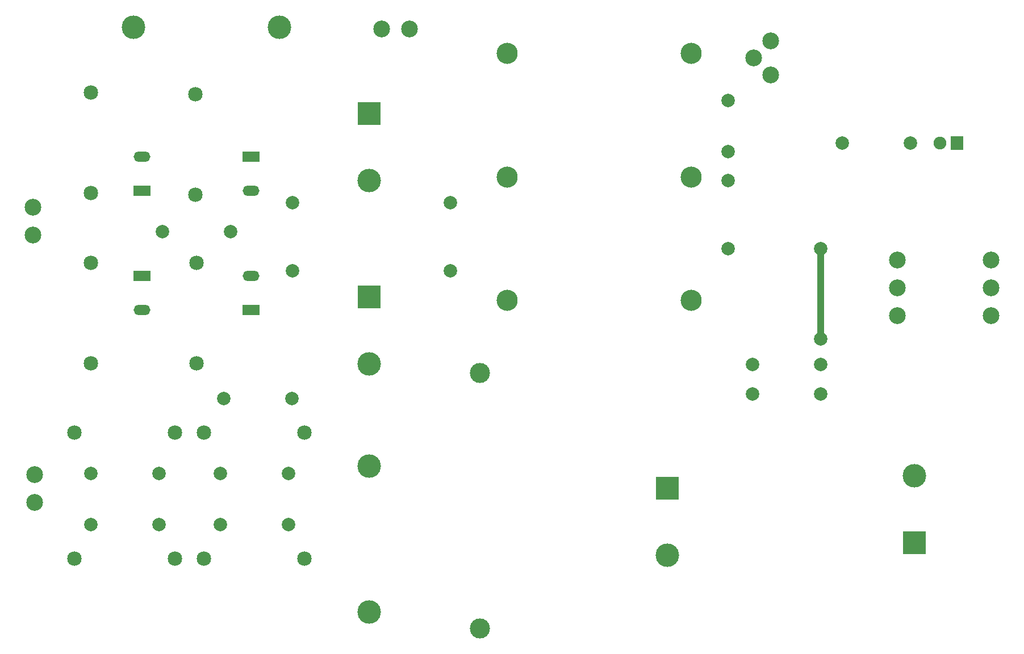
<source format=gbr>
G04 #@! TF.FileFunction,Copper,L1,Top,Signal*
%FSLAX46Y46*%
G04 Gerber Fmt 4.6, Leading zero omitted, Abs format (unit mm)*
G04 Created by KiCad (PCBNEW 4.0.7) date 04/22/18 21:25:17*
%MOMM*%
%LPD*%
G01*
G04 APERTURE LIST*
%ADD10C,0.100000*%
%ADD11R,3.500000X3.500000*%
%ADD12C,3.500000*%
%ADD13C,3.149600*%
%ADD14C,2.997200*%
%ADD15R,2.499360X1.501140*%
%ADD16O,2.499360X1.501140*%
%ADD17C,1.998980*%
%ADD18R,1.900000X2.000000*%
%ADD19C,1.900000*%
%ADD20C,3.500120*%
%ADD21C,2.499360*%
%ADD22C,2.159000*%
%ADD23C,2.000000*%
%ADD24C,1.000000*%
G04 APERTURE END LIST*
D10*
D11*
X95885000Y-46435000D03*
D12*
X95885000Y-56435000D03*
D13*
X116459000Y-37465000D03*
X143891000Y-37465000D03*
X143891000Y-55880000D03*
X116459000Y-55880000D03*
D11*
X177165000Y-110410000D03*
D12*
X177165000Y-100410000D03*
D11*
X95885000Y-73740000D03*
D12*
X95885000Y-83740000D03*
D11*
X140335000Y-102315000D03*
D12*
X140335000Y-112315000D03*
D14*
X112395000Y-123190000D03*
X112395000Y-85090000D03*
D13*
X116459000Y-74295000D03*
X143891000Y-74295000D03*
D15*
X78232000Y-52832000D03*
D16*
X78232000Y-57912000D03*
D15*
X61976000Y-57912000D03*
D16*
X61976000Y-52832000D03*
D15*
X78232000Y-75692000D03*
D16*
X78232000Y-70612000D03*
D15*
X61976000Y-70612000D03*
D16*
X61976000Y-75692000D03*
D17*
X149352000Y-52070000D03*
X149352000Y-44450000D03*
D18*
X183515000Y-50800000D03*
D19*
X180975000Y-50800000D03*
D17*
X73660000Y-107696000D03*
X83820000Y-107696000D03*
X83820000Y-100076000D03*
X73660000Y-100076000D03*
X64516000Y-107696000D03*
X54356000Y-107696000D03*
X54356000Y-100076000D03*
X64516000Y-100076000D03*
D20*
X60744100Y-33528000D03*
X82511900Y-33528000D03*
X95885000Y-120738900D03*
X95885000Y-98971100D03*
D21*
X101892100Y-33782000D03*
X97751900Y-33792160D03*
X45720000Y-64554100D03*
X45709840Y-60413900D03*
X45974000Y-100291900D03*
X45984160Y-104432100D03*
D17*
X75184000Y-64008000D03*
X65024000Y-64008000D03*
X84455000Y-69850000D03*
X84455000Y-59690000D03*
X153035000Y-83820000D03*
X163195000Y-83820000D03*
X149352000Y-56388000D03*
X149352000Y-66548000D03*
X107950000Y-59690000D03*
X107950000Y-69850000D03*
X163195000Y-88265000D03*
X153035000Y-88265000D03*
X176530000Y-50800000D03*
X166370000Y-50800000D03*
X84328000Y-88900000D03*
X74168000Y-88900000D03*
D22*
X69977000Y-43561000D03*
X69977000Y-58547000D03*
X54356000Y-43307000D03*
X54356000Y-58293000D03*
X70104000Y-68707000D03*
X70104000Y-83693000D03*
X54356000Y-68707000D03*
X54356000Y-83693000D03*
X86233000Y-112776000D03*
X71247000Y-112776000D03*
X86233000Y-93980000D03*
X71247000Y-93980000D03*
X66929000Y-112776000D03*
X51943000Y-112776000D03*
X66929000Y-93980000D03*
X51943000Y-93980000D03*
D21*
X155752800Y-40640000D03*
X155752800Y-35560000D03*
X153212800Y-38100000D03*
X188595000Y-72390000D03*
X188595000Y-76530200D03*
X188595000Y-68249800D03*
X174625000Y-72390000D03*
X174625000Y-76530200D03*
X174625000Y-68249800D03*
D23*
X163195000Y-66548000D03*
X163195000Y-80010000D03*
D24*
X163195000Y-80010000D02*
X163195000Y-66548000D01*
M02*

</source>
